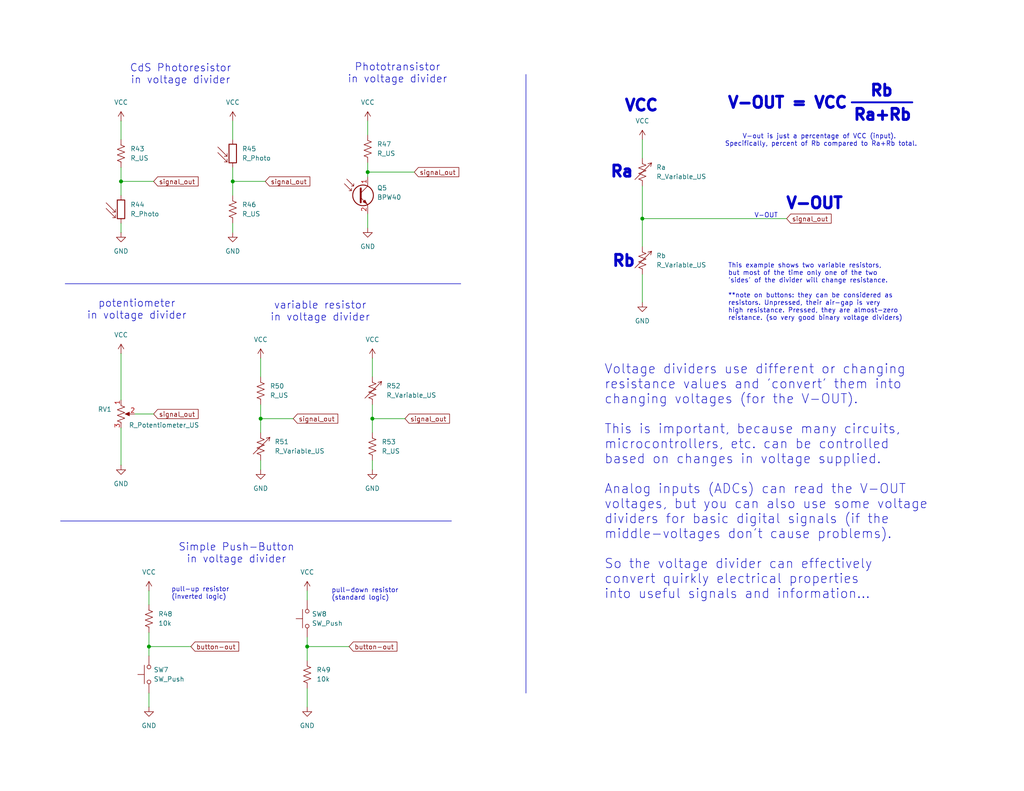
<source format=kicad_sch>
(kicad_sch (version 20231120) (generator "eeschema") (generator_version "8.0")
  (paper "USLetter")
  (title_block (title "The Voltage Divider") (date "2025-04-24") (rev "v1.0") (company "Mason High School Applied Technology"))
  (lib_symbols
    (symbol "Device:R_Photo" (pin_numbers hide) (pin_names (offset 0))
      (property "Reference" "R" (at 1.27 1.27 0))
      (property "Value" "R_Photo" (at 1.27 0 0))
      (symbol "R_Photo_0_1"
        (rectangle (start -1.016 2.54) (end 1.016 -2.54) (stroke (width 0.254)))
        (polyline (pts (xy -1.524 -2.286) (xy -4.064 0.254)))
        (polyline (pts (xy -1.524 -2.286) (xy -2.286 -2.286)))
        (polyline (pts (xy -1.524 -2.286) (xy -1.524 -1.524)))
        (polyline (pts (xy -1.524 -0.762) (xy -4.064 1.778)))
        (polyline (pts (xy -1.524 -0.762) (xy -2.286 -0.762)))
        (polyline (pts (xy -1.524 -0.762) (xy -1.524 0)))
      )
      (symbol "R_Photo_1_1"
        (pin passive line (at 0 3.81 270) (length 1.27) (name "~") (number "1"))
        (pin passive line (at 0 -3.81 90) (length 1.27) (name "~") (number "2"))
      )
    )
    (symbol "Device:R_Potentiometer_US" (pin_names (offset 1.016) hide)
      (property "Reference" "RV" (at -4.445 0 90))
      (property "Value" "R_Potentiometer_US" (at -2.54 0 90))
      (symbol "R_Potentiometer_US_0_1"
        (polyline (pts (xy 0 -2.286) (xy 0 -2.54)))
        (polyline (pts (xy 0 2.54) (xy 0 2.286)))
        (polyline (pts (xy 2.54 0) (xy 1.524 0)))
        (polyline (pts (xy 1.143 0) (xy 2.286 0.508) (xy 2.286 -0.508) (xy 1.143 0)) (fill (type outline)))
        (polyline (pts (xy 0 -0.762) (xy 1.016 -1.143) (xy 0 -1.524) (xy -1.016 -1.905) (xy 0 -2.286)))
        (polyline (pts (xy 0 0.762) (xy 1.016 0.381) (xy 0 0) (xy -1.016 -0.381) (xy 0 -0.762)))
        (polyline (pts (xy 0 2.286) (xy 1.016 1.905) (xy 0 1.524) (xy -1.016 1.143) (xy 0 0.762)))
      )
      (symbol "R_Potentiometer_US_1_1"
        (pin passive line (at 0 3.81 270) (length 1.27) (name "1") (number "1"))
        (pin passive line (at 3.81 0 180) (length 1.27) (name "2") (number "2"))
        (pin passive line (at 0 -3.81 90) (length 1.27) (name "3") (number "3"))
      )
    )
    (symbol "Device:R_US" (pin_numbers hide) (pin_names (offset 0))
      (property "Reference" "R" (at 2.54 0 90))
      (property "Value" "R_US" (at -2.54 0 90))
      (symbol "R_US_0_1"
        (polyline (pts (xy 0 -2.286) (xy 0 -2.54)))
        (polyline (pts (xy 0 2.286) (xy 0 2.54)))
        (polyline (pts (xy 0 -0.762) (xy 1.016 -1.143) (xy 0 -1.524) (xy -1.016 -1.905) (xy 0 -2.286)))
        (polyline (pts (xy 0 0.762) (xy 1.016 0.381) (xy 0 0) (xy -1.016 -0.381) (xy 0 -0.762)))
        (polyline (pts (xy 0 2.286) (xy 1.016 1.905) (xy 0 1.524) (xy -1.016 1.143) (xy 0 0.762)))
      )
      (symbol "R_US_1_1"
        (pin passive line (at 0 3.81 270) (length 1.27) (name "~") (number "1"))
        (pin passive line (at 0 -3.81 90) (length 1.27) (name "~") (number "2"))
      )
    )
    (symbol "Device:R_Variable_US" (pin_numbers hide) (pin_names (offset 0))
      (property "Reference" "R" (at 2.54 -2.54 90))
      (property "Value" "R_Variable_US" (at -2.54 -1.27 90))
      (symbol "R_Variable_US_0_1"
        (polyline (pts (xy 0 -2.286) (xy 0 -2.54)))
        (polyline (pts (xy 0 2.286) (xy 0 2.54)))
        (polyline (pts (xy 0 -0.762) (xy 1.016 -1.143) (xy 0 -1.524) (xy -1.016 -1.905) (xy 0 -2.286)))
        (polyline (pts (xy 0 0.762) (xy 1.016 0.381) (xy 0 0) (xy -1.016 -0.381) (xy 0 -0.762)))
        (polyline (pts (xy 0 2.286) (xy 1.016 1.905) (xy 0 1.524) (xy -1.016 1.143) (xy 0 0.762)) (stroke (width 0.1524)))
        (polyline (pts (xy 2.286 1.524) (xy 2.54 2.54) (xy 1.524 2.286) (xy 2.54 2.54) (xy -2.032 -2.032)) (stroke (width 0.1524)))
      )
      (symbol "R_Variable_US_1_1"
        (pin passive line (at 0 3.81 270) (length 1.27) (name "~") (number "1"))
        (pin passive line (at 0 -3.81 90) (length 1.27) (name "~") (number "2"))
      )
    )
    (symbol "Sensor_Optical:BPW40" (pin_names (offset 0) hide)
      (property "Reference" "Q" (at 5.08 1.27 0))
      (property "Value" "BPW40" (at 5.08 -1.27 0))
      (symbol "BPW40_0_1"
        (polyline (pts (xy -1.905 1.27) (xy -2.54 1.27)))
        (polyline (pts (xy -1.27 2.54) (xy -1.905 2.54)))
        (polyline (pts (xy 0.635 0.635) (xy 2.54 2.54)))
        (polyline (pts (xy -3.81 3.175) (xy -1.905 1.27) (xy -1.905 1.905)))
        (polyline (pts (xy -3.175 4.445) (xy -1.27 2.54) (xy -1.27 3.175)))
        (polyline (pts (xy 0.635 -0.635) (xy 2.54 -2.54) (xy 2.54 -2.54)))
        (polyline (pts (xy 0.635 1.905) (xy 0.635 -1.905) (xy 0.635 -1.905)) (stroke (width 0.508)))
        (polyline (pts (xy 1.27 -1.778) (xy 1.778 -1.27) (xy 2.286 -2.286) (xy 1.27 -1.778) (xy 1.27 -1.778)) (fill (type outline)))
        (circle (center 1.27 0) (radius 2.8194) (stroke (width 0.254)))
      )
      (symbol "BPW40_1_1"
        (pin passive line (at 2.54 5.08 270) (length 2.54) (name "C") (number "1"))
        (pin passive line (at 2.54 -5.08 90) (length 2.54) (name "E") (number "2"))
      )
    )
    (symbol "Switch:SW_Push" (pin_numbers hide) (pin_names (offset 1.016) hide)
      (property "Reference" "SW" (at 1.27 2.54 0))
      (property "Value" "SW_Push" (at 0 -1.524 0))
      (symbol "SW_Push_0_1"
        (circle (center -2.032 0) (radius 0.508))
        (polyline (pts (xy 0 1.27) (xy 0 3.048)))
        (polyline (pts (xy 2.54 1.27) (xy -2.54 1.27)))
        (circle (center 2.032 0) (radius 0.508))
        (pin passive line (at -5.08 0 0) (length 2.54) (name "1") (number "1"))
        (pin passive line (at 5.08 0 180) (length 2.54) (name "2") (number "2"))
      )
    )
    (symbol "power:GND" (power) (pin_numbers hide) (pin_names (offset 0) hide)
      (property "Value" "GND" (at 0 -3.81 0))
      (symbol "GND_0_1"
        (polyline (pts (xy 0 0) (xy 0 -1.27) (xy 1.27 -1.27) (xy 0 -2.54) (xy -1.27 -1.27) (xy 0 -1.27)))
      )
      (symbol "GND_1_1"
        (pin power_in line (at 0 0 270) (length 0) (name "~") (number "1"))
      )
    )
    (symbol "power:VCC" (power) (pin_numbers hide) (pin_names (offset 0) hide)
      (property "Value" "VCC" (at 0 3.556 0))
      (symbol "VCC_0_1"
        (polyline (pts (xy -0.762 1.27) (xy 0 2.54)))
        (polyline (pts (xy 0 0) (xy 0 2.54)))
        (polyline (pts (xy 0 2.54) (xy 0.762 1.27)))
      )
      (symbol "VCC_1_1"
        (pin power_in line (at 0 0 90) (length 0) (name "~") (number "1"))
      )
    )
  )
  (junction (at 100.33 46.99))
  (junction (at 71.12 114.3))
  (junction (at 40.64 176.53))
  (junction (at 101.6 114.3))
  (junction (at 175.26 59.69))
  (junction (at 33.02 49.53))
  (junction (at 83.82 176.53))
  (junction (at 63.5 49.53))
  (wire (pts (xy 83.82 176.53) (xy 95.25 176.53)))
  (wire (pts (xy 36.83 113.03) (xy 41.91 113.03)))
  (polyline (pts (xy 232.41 27.94) (xy 248.92 27.94)) (stroke (width 0.508)))
  (wire (pts (xy 100.33 46.99) (xy 113.03 46.99)))
  (wire (pts (xy 71.12 114.3) (xy 71.12 118.11)))
  (wire (pts (xy 100.33 33.02) (xy 100.33 36.83)))
  (wire (pts (xy 40.64 189.23) (xy 40.64 193.04)))
  (wire (pts (xy 175.26 74.93) (xy 175.26 82.55)))
  (wire (pts (xy 33.02 116.84) (xy 33.02 127)))
  (wire (pts (xy 63.5 33.02) (xy 63.5 38.1)))
  (polyline (pts (xy 17.78 77.47) (xy 125.73 77.47)))
  (wire (pts (xy 40.64 172.72) (xy 40.64 176.53)))
  (wire (pts (xy 83.82 173.99) (xy 83.82 176.53)))
  (wire (pts (xy 83.82 161.29) (xy 83.82 163.83)))
  (wire (pts (xy 63.5 60.96) (xy 63.5 63.5)))
  (wire (pts (xy 101.6 125.73) (xy 101.6 128.27)))
  (wire (pts (xy 101.6 97.79) (xy 101.6 102.87)))
  (wire (pts (xy 63.5 49.53) (xy 72.39 49.53)))
  (wire (pts (xy 40.64 176.53) (xy 40.64 179.07)))
  (wire (pts (xy 83.82 176.53) (xy 83.82 180.34)))
  (wire (pts (xy 175.26 59.69) (xy 175.26 67.31)))
  (wire (pts (xy 40.64 161.29) (xy 40.64 165.1)))
  (wire (pts (xy 100.33 44.45) (xy 100.33 46.99)))
  (wire (pts (xy 175.26 38.1) (xy 175.26 43.18)))
  (wire (pts (xy 40.64 176.53) (xy 52.07 176.53)))
  (wire (pts (xy 33.02 49.53) (xy 33.02 53.34)))
  (wire (pts (xy 101.6 114.3) (xy 101.6 118.11)))
  (wire (pts (xy 63.5 49.53) (xy 63.5 53.34)))
  (wire (pts (xy 33.02 60.96) (xy 33.02 63.5)))
  (wire (pts (xy 63.5 45.72) (xy 63.5 49.53)))
  (wire (pts (xy 33.02 33.02) (xy 33.02 38.1)))
  (wire (pts (xy 71.12 114.3) (xy 80.01 114.3)))
  (polyline (pts (xy 16.51 142.24) (xy 123.19 142.24)))
  (wire (pts (xy 101.6 114.3) (xy 110.49 114.3)))
  (wire (pts (xy 100.33 46.99) (xy 100.33 48.26)))
  (wire (pts (xy 175.26 59.69) (xy 214.63 59.69)))
  (wire (pts (xy 175.26 50.8) (xy 175.26 59.69)))
  (wire (pts (xy 71.12 110.49) (xy 71.12 114.3)))
  (wire (pts (xy 33.02 96.52) (xy 33.02 109.22)))
  (wire (pts (xy 83.82 187.96) (xy 83.82 193.04)))
  (wire (pts (xy 71.12 97.79) (xy 71.12 102.87)))
  (wire (pts (xy 101.6 110.49) (xy 101.6 114.3)))
  (wire (pts (xy 71.12 125.73) (xy 71.12 128.27)))
  (wire (pts (xy 100.33 58.42) (xy 100.33 62.23)))
  (polyline (pts (xy 143.51 20.32) (xy 143.51 189.23)))
  (wire (pts (xy 33.02 45.72) (xy 33.02 49.53)))
  (wire (pts (xy 33.02 49.53) (xy 41.91 49.53)))
  (text "potentiometer\nin voltage divider" (at 37.338 84.582 0) (effects (font (size 2.032 2.032))))
  (text "V-OUT" (at 222.25 55.626 0) (effects (font (size 3.048 3.048) (thickness 0.762) (bold yes))))
  (text "This example shows two variable resistors, \nbut most of the time only one of the two \n'sides' of the divider will change resistance.\n\n**note on buttons: they can be considered as \nresistors. Unpressed, their air-gap is very\nhigh resistance. Pressed, they are almost-zero\nreistance. (so very good binary voltage dividers)" (at 198.628 79.756 0) (effects (font (size 1.27 1.27)) (justify left)))
  (text "CdS Photoresistor\nin voltage divider" (at 49.276 20.32 0) (effects (font (size 2.032 2.032))))
  (text "Ra" (at 169.672 46.99 0) (effects (font (size 3.048 3.048) (thickness 0.762) (bold yes))))
  (text "V-OUT" (at 209.042 58.928 0) (effects (font (size 1.27 1.27))))
  (text "V-out is just a percentage of VCC (input). \nSpecifically, percent of Rb compared to Ra+Rb total." (at 224.028 38.354 0) (effects (font (size 1.27 1.27))))
  (text "pull-up resistor\n(inverted logic)" (at 46.736 160.274 0) (effects (font (size 1.27 1.27)) (justify left top)))
  (text "Voltage dividers use different or changing\nresistance values and 'convert' them into\nchanging voltages (for the V-OUT).\n\nThis is important, because many circuits, \nmicrocontrollers, etc. can be controlled \nbased on changes in voltage supplied.\n\nAnalog inputs (ADCs) can read the V-OUT \nvoltages, but you can also use some voltage \ndividers for basic digital signals (if the \nmiddle-voltages don't cause problems).\n\nSo the voltage divider can effectively \nconvert quirkly electrical properties\ninto useful signals and information..." (at 164.846 131.572 0) (effects (font (size 2.54 2.54)) (justify left)))
  (text "Ra+Rb" (at 240.792 31.496 0) (effects (font (size 3.048 3.048) (thickness 0.762) (bold yes))))
  (text "variable resistor\nin voltage divider" (at 87.376 85.09 0) (effects (font (size 2.032 2.032))))
  (text "Phototransistor\nin voltage divider" (at 108.458 20.066 0) (effects (font (size 2.032 2.032))))
  (text "Rb" (at 170.18 71.374 0) (effects (font (size 3.048 3.048) (thickness 0.762) (bold yes))))
  (text "Simple Push-Button\nin voltage divider" (at 64.516 151.13 0) (effects (font (size 2.032 2.032))))
  (text "VCC" (at 175.006 28.956 0) (effects (font (size 3.048 3.048) (thickness 0.762) (bold yes))))
  (text "Rb" (at 240.538 24.892 0) (effects (font (size 3.048 3.048) (thickness 0.762) (bold yes))))
  (text "V-OUT = VCC" (at 214.884 28.194 0) (effects (font (size 3.048 3.048) (thickness 0.762) (bold yes))))
  (text "pull-down resistor\n(standard logic)" (at 90.424 160.528 0) (effects (font (size 1.27 1.27)) (justify left top)))
  (global_label "signal_out" (shape input) (at 41.91 113.03 0) (property "Intersheetrefs" "${INTERSHEET_REFS}" (effects (hide yes))))
  (global_label "signal_out" (shape input) (at 113.03 46.99 0) (property "Intersheetrefs" "${INTERSHEET_REFS}" (effects (hide yes))))
  (global_label "signal_out" (shape input) (at 214.63 59.69 0) (property "Intersheetrefs" "${INTERSHEET_REFS}" (effects (hide yes))))
  (global_label "button-out" (shape input) (at 95.25 176.53 0) (property "Intersheetrefs" "${INTERSHEET_REFS}" (effects (hide yes))))
  (global_label "signal_out" (shape input) (at 41.91 49.53 0) (property "Intersheetrefs" "${INTERSHEET_REFS}" (effects (hide yes))))
  (global_label "signal_out" (shape input) (at 110.49 114.3 0) (property "Intersheetrefs" "${INTERSHEET_REFS}" (effects (hide yes))))
  (global_label "signal_out" (shape input) (at 80.01 114.3 0) (property "Intersheetrefs" "${INTERSHEET_REFS}" (effects (hide yes))))
  (global_label "signal_out" (shape input) (at 72.39 49.53 0) (property "Intersheetrefs" "${INTERSHEET_REFS}" (effects (hide yes))))
  (global_label "button-out" (shape input) (at 52.07 176.53 0) (property "Intersheetrefs" "${INTERSHEET_REFS}" (effects (hide yes))))
  (symbol (lib_id "Device:R_US") (at 100.33 40.64 0) (unit 1)
    (property "Reference" "R47" (at 102.87 39.3699 0) (effects (justify left)))
    (property "Value" "R_US" (at 102.87 41.9099 0) (effects (justify left)))
    (property "Description" "Resistor, US symbol" (effects (hide yes)))
  )
  (symbol (lib_id "Device:R_US") (at 71.12 106.68 0) (unit 1)
    (property "Reference" "R50" (at 73.66 105.4099 0) (effects (justify left)))
    (property "Value" "R_US" (at 73.66 107.9499 0) (effects (justify left)))
    (property "Description" "Resistor, US symbol" (effects (hide yes)))
  )
  (symbol (lib_id "power:VCC") (at 33.02 33.02 0) (unit 1)
    (property "Reference" "#PWR049" (effects (hide yes)))
    (property "Value" "VCC" (at 33.02 27.94 0))
    (property "Description" "Power symbol creates a global label with name \"VCC\"" (effects (hide yes)))
  )
  (symbol (lib_id "Switch:SW_Push") (at 83.82 168.91 90) (unit 1)
    (property "Reference" "SW8" (at 85.09 167.6399 90) (effects (justify right)))
    (property "Value" "SW_Push" (at 85.09 170.1799 90) (effects (justify right)))
    (property "Description" "Push button switch, generic, two pins" (effects (hide yes)))
  )
  (symbol (lib_id "power:GND") (at 175.26 82.55 0) (unit 1)
    (property "Reference" "#PWR066" (effects (hide yes)))
    (property "Value" "GND" (at 175.26 87.63 0))
    (property "Description" "Power symbol creates a global label with name \"GND\" , ground" (effects (hide yes)))
  )
  (symbol (lib_id "Device:R_Variable_US") (at 101.6 106.68 0) (unit 1)
    (property "Reference" "R52" (at 105.41 105.3718 0) (effects (justify left)))
    (property "Value" "R_Variable_US" (at 105.41 107.9118 0) (effects (justify left)))
    (property "Description" "Variable resistor, US symbol" (effects (hide yes)))
  )
  (symbol (lib_id "Device:R_Photo") (at 33.02 57.15 0) (unit 1)
    (property "Reference" "R44" (at 35.56 55.8799 0) (effects (justify left)))
    (property "Value" "R_Photo" (at 35.56 58.4199 0) (effects (justify left)))
    (property "Description" "Photoresistor" (effects (hide yes)))
  )
  (symbol (lib_id "Device:R_Potentiometer_US") (at 33.02 113.03 0) (unit 1)
    (property "Reference" "RV1" (at 30.48 111.7599 0) (effects (justify right)))
    (property "Value" "R_Potentiometer_US" (at 54.356 116.078 0) (effects (justify right)))
    (property "Description" "Potentiometer, US symbol" (effects (hide yes)))
  )
  (symbol (lib_id "Sensor_Optical:BPW40") (at 97.79 53.34 0) (unit 1)
    (property "Reference" "Q5" (at 102.87 51.3206 0) (effects (justify left)))
    (property "Value" "BPW40" (at 102.87 53.8606 0) (effects (justify left)))
    (property "Footprint" "LED_THT:LED_D5.0mm_Clear" (effects (hide yes)))
    (property "Datasheet" "https://www.rcscomponents.kiev.ua/datasheets/bpw40.pdf" (effects (hide yes)))
    (property "Description" "Phototransistor NPN" (effects (hide yes)))
  )
  (symbol (lib_id "power:GND") (at 101.6 128.27 0) (unit 1)
    (property "Reference" "#PWR062" (effects (hide yes)))
    (property "Value" "GND" (at 101.6 133.35 0))
    (property "Description" "Power symbol creates a global label with name \"GND\" , ground" (effects (hide yes)))
  )
  (symbol (lib_id "power:GND") (at 83.82 193.04 0) (unit 1)
    (property "Reference" "#PWR058" (effects (hide yes)))
    (property "Value" "GND" (at 83.82 198.12 0))
    (property "Description" "Power symbol creates a global label with name \"GND\" , ground" (effects (hide yes)))
  )
  (symbol (lib_id "Device:R_Variable_US") (at 175.26 71.12 0) (unit 1)
    (property "Reference" "Rb" (at 179.07 69.8118 0) (effects (justify left)))
    (property "Value" "R_Variable_US" (at 179.07 72.3518 0) (effects (justify left)))
    (property "Description" "Variable resistor, US symbol" (effects (hide yes)))
  )
  (symbol (lib_id "Switch:SW_Push") (at 40.64 184.15 90) (unit 1)
    (property "Reference" "SW7" (at 41.91 182.8799 90) (effects (justify right)))
    (property "Value" "SW_Push" (at 41.91 185.4199 90) (effects (justify right)))
    (property "Description" "Push button switch, generic, two pins" (effects (hide yes)))
  )
  (symbol (lib_id "Device:R_US") (at 83.82 184.15 0) (unit 1)
    (property "Reference" "R49" (at 86.36 182.8799 0) (effects (justify left)))
    (property "Value" "10k" (at 86.36 185.4199 0) (effects (justify left)))
    (property "Description" "Resistor, US symbol" (effects (hide yes)))
  )
  (symbol (lib_id "Device:R_US") (at 40.64 168.91 0) (unit 1)
    (property "Reference" "R48" (at 43.18 167.6399 0) (effects (justify left)))
    (property "Value" "10k" (at 43.18 170.1799 0) (effects (justify left)))
    (property "Description" "Resistor, US symbol" (effects (hide yes)))
  )
  (symbol (lib_id "Device:R_Photo") (at 63.5 41.91 0) (unit 1)
    (property "Reference" "R45" (at 66.04 40.6399 0) (effects (justify left)))
    (property "Value" "R_Photo" (at 66.04 43.1799 0) (effects (justify left)))
    (property "Description" "Photoresistor" (effects (hide yes)))
  )
  (symbol (lib_id "power:GND") (at 71.12 128.27 0) (unit 1)
    (property "Reference" "#PWR060" (effects (hide yes)))
    (property "Value" "GND" (at 71.12 133.35 0))
    (property "Description" "Power symbol creates a global label with name \"GND\" , ground" (effects (hide yes)))
  )
  (symbol (lib_id "Device:R_Variable_US") (at 175.26 46.99 0) (unit 1)
    (property "Reference" "Ra" (at 179.07 45.6818 0) (effects (justify left)))
    (property "Value" "R_Variable_US" (at 179.07 48.2218 0) (effects (justify left)))
    (property "Description" "Variable resistor, US symbol" (effects (hide yes)))
  )
  (symbol (lib_id "power:VCC") (at 40.64 161.29 0) (unit 1)
    (property "Reference" "#PWR055" (effects (hide yes)))
    (property "Value" "VCC" (at 40.64 156.21 0))
    (property "Description" "Power symbol creates a global label with name \"VCC\"" (effects (hide yes)))
  )
  (symbol (lib_id "power:VCC") (at 33.02 96.52 0) (unit 1)
    (property "Reference" "#PWR063" (effects (hide yes)))
    (property "Value" "VCC" (at 33.02 91.44 0))
    (property "Description" "Power symbol creates a global label with name \"VCC\"" (effects (hide yes)))
  )
  (symbol (lib_id "power:GND") (at 40.64 193.04 0) (unit 1)
    (property "Reference" "#PWR056" (effects (hide yes)))
    (property "Value" "GND" (at 40.64 198.12 0))
    (property "Description" "Power symbol creates a global label with name \"GND\" , ground" (effects (hide yes)))
  )
  (symbol (lib_id "Device:R_US") (at 33.02 41.91 0) (unit 1)
    (property "Reference" "R43" (at 35.56 40.6399 0) (effects (justify left)))
    (property "Value" "R_US" (at 35.56 43.1799 0) (effects (justify left)))
    (property "Description" "Resistor, US symbol" (effects (hide yes)))
  )
  (symbol (lib_id "power:GND") (at 33.02 127 0) (unit 1)
    (property "Reference" "#PWR064" (effects (hide yes)))
    (property "Value" "GND" (at 33.02 132.08 0))
    (property "Description" "Power symbol creates a global label with name \"GND\" , ground" (effects (hide yes)))
  )
  (symbol (lib_id "Device:R_US") (at 63.5 57.15 0) (unit 1)
    (property "Reference" "R46" (at 66.04 55.8799 0) (effects (justify left)))
    (property "Value" "R_US" (at 66.04 58.4199 0) (effects (justify left)))
    (property "Description" "Resistor, US symbol" (effects (hide yes)))
  )
  (symbol (lib_id "power:VCC") (at 175.26 38.1 0) (unit 1)
    (property "Reference" "#PWR065" (effects (hide yes)))
    (property "Value" "VCC" (at 175.26 33.02 0))
    (property "Description" "Power symbol creates a global label with name \"VCC\"" (effects (hide yes)))
  )
  (symbol (lib_id "power:VCC") (at 71.12 97.79 0) (unit 1)
    (property "Reference" "#PWR059" (effects (hide yes)))
    (property "Value" "VCC" (at 71.12 92.71 0))
    (property "Description" "Power symbol creates a global label with name \"VCC\"" (effects (hide yes)))
  )
  (symbol (lib_id "power:GND") (at 100.33 62.23 0) (unit 1)
    (property "Reference" "#PWR054" (effects (hide yes)))
    (property "Value" "GND" (at 100.33 67.31 0))
    (property "Description" "Power symbol creates a global label with name \"GND\" , ground" (effects (hide yes)))
  )
  (symbol (lib_id "power:GND") (at 33.02 63.5 0) (unit 1)
    (property "Reference" "#PWR050" (effects (hide yes)))
    (property "Value" "GND" (at 33.02 68.58 0))
    (property "Description" "Power symbol creates a global label with name \"GND\" , ground" (effects (hide yes)))
  )
  (symbol (lib_id "power:GND") (at 63.5 63.5 0) (unit 1)
    (property "Reference" "#PWR052" (effects (hide yes)))
    (property "Value" "GND" (at 63.5 68.58 0))
    (property "Description" "Power symbol creates a global label with name \"GND\" , ground" (effects (hide yes)))
  )
  (symbol (lib_id "power:VCC") (at 83.82 161.29 0) (unit 1)
    (property "Reference" "#PWR057" (effects (hide yes)))
    (property "Value" "VCC" (at 83.82 156.21 0))
    (property "Description" "Power symbol creates a global label with name \"VCC\"" (effects (hide yes)))
  )
  (symbol (lib_id "Device:R_Variable_US") (at 71.12 121.92 0) (unit 1)
    (property "Reference" "R51" (at 74.93 120.6118 0) (effects (justify left)))
    (property "Value" "R_Variable_US" (at 74.93 123.1518 0) (effects (justify left)))
    (property "Description" "Variable resistor, US symbol" (effects (hide yes)))
  )
  (symbol (lib_id "Device:R_US") (at 101.6 121.92 0) (unit 1)
    (property "Reference" "R53" (at 104.14 120.6499 0) (effects (justify left)))
    (property "Value" "R_US" (at 104.14 123.1899 0) (effects (justify left)))
    (property "Description" "Resistor, US symbol" (effects (hide yes)))
  )
  (symbol (lib_id "power:VCC") (at 63.5 33.02 0) (unit 1)
    (property "Reference" "#PWR051" (effects (hide yes)))
    (property "Value" "VCC" (at 63.5 27.94 0))
    (property "Description" "Power symbol creates a global label with name \"VCC\"" (effects (hide yes)))
  )
  (symbol (lib_id "power:VCC") (at 100.33 33.02 0) (unit 1)
    (property "Reference" "#PWR053" (effects (hide yes)))
    (property "Value" "VCC" (at 100.33 27.94 0))
    (property "Description" "Power symbol creates a global label with name \"VCC\"" (effects (hide yes)))
  )
  (symbol (lib_id "power:VCC") (at 101.6 97.79 0) (unit 1)
    (property "Reference" "#PWR061" (effects (hide yes)))
    (property "Value" "VCC" (at 101.6 92.71 0))
    (property "Description" "Power symbol creates a global label with name \"VCC\"" (effects (hide yes)))
  )
)
</source>
